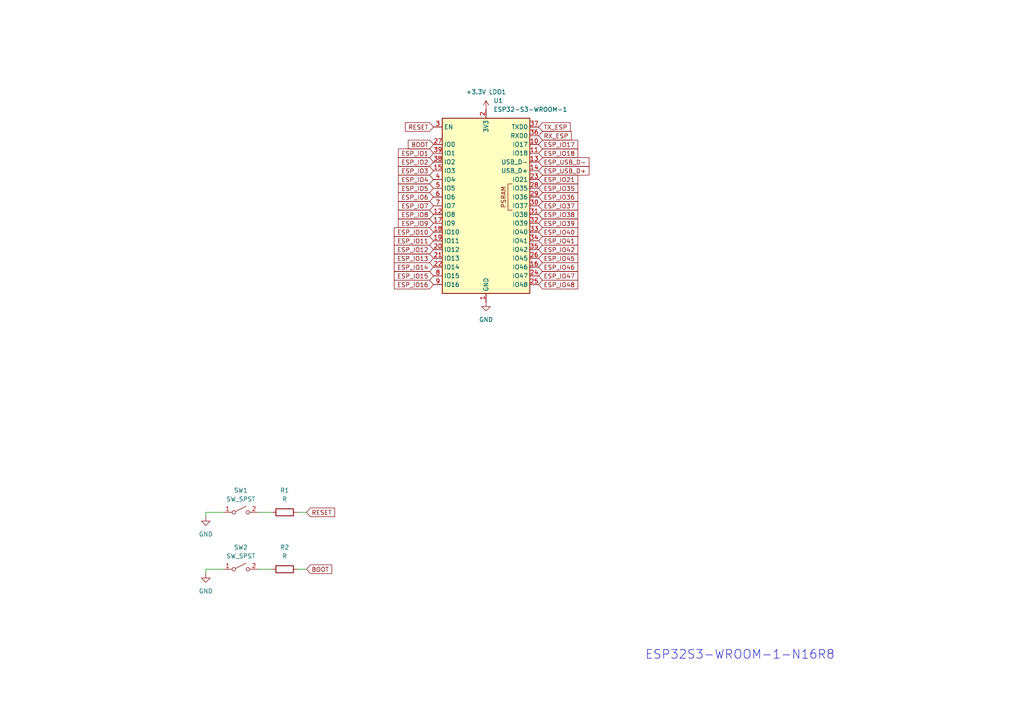
<source format=kicad_sch>
(kicad_sch (version 20250114) (generator "eeschema") (generator_version "9.0")
  (paper "A4")
  (lib_symbols
    (symbol "Device:R" (pin_numbers (hide yes)) (pin_names (offset 0))
      (property "Reference" "R" (at 2.032 0 90))
      (property "Value" "R" (at 0 0 90))
      (symbol "R_0_1"
        (rectangle (start -1.016 -2.54) (end 1.016 2.54) (stroke (width 0.254)))
      )
      (symbol "R_1_1"
        (pin passive line (at 0 3.81 270) (length 1.27) (name "~") (number "1"))
        (pin passive line (at 0 -3.81 90) (length 1.27) (name "~") (number "2"))
      )
    )
    (symbol "RF_Module:ESP32-S3-WROOM-1"
      (property "Reference" "U" (at -12.7 26.67 0))
      (property "Value" "ESP32-S3-WROOM-1" (at 12.7 26.67 0))
      (symbol "ESP32-S3-WROOM-1_0_0"
        (rectangle (start -12.7 25.4) (end 12.7 -25.4) (stroke (width 0.254)) (fill (type background)))
        (text "PSRAM" (at 5.08 2.54 900) (effects (font (size 1.27 1.27))))
      )
      (symbol "ESP32-S3-WROOM-1_0_1"
        (polyline (pts (xy 7.62 -1.27) (xy 6.35 -1.27) (xy 6.35 6.35) (xy 7.62 6.35)))
      )
      (symbol "ESP32-S3-WROOM-1_1_1"
        (pin input line (at -15.24 22.86 0) (length 2.54) (name "EN") (number "3"))
        (pin bidirectional line (at -15.24 17.78 0) (length 2.54) (name "IO0") (number "27"))
        (pin bidirectional line (at -15.24 15.24 0) (length 2.54) (name "IO1") (number "39"))
        (pin bidirectional line (at -15.24 12.7 0) (length 2.54) (name "IO2") (number "38"))
        (pin bidirectional line (at -15.24 10.16 0) (length 2.54) (name "IO3") (number "15"))
        (pin bidirectional line (at -15.24 7.62 0) (length 2.54) (name "IO4") (number "4"))
        (pin bidirectional line (at -15.24 5.08 0) (length 2.54) (name "IO5") (number "5"))
        (pin bidirectional line (at -15.24 2.54 0) (length 2.54) (name "IO6") (number "6"))
        (pin bidirectional line (at -15.24 0 0) (length 2.54) (name "IO7") (number "7"))
        (pin bidirectional line (at -15.24 -2.54 0) (length 2.54) (name "IO8") (number "12"))
        (pin bidirectional line (at -15.24 -5.08 0) (length 2.54) (name "IO9") (number "17"))
        (pin bidirectional line (at -15.24 -7.62 0) (length 2.54) (name "IO10") (number "18"))
        (pin bidirectional line (at -15.24 -10.16 0) (length 2.54) (name "IO11") (number "19"))
        (pin bidirectional line (at -15.24 -12.7 0) (length 2.54) (name "IO12") (number "20"))
        (pin bidirectional line (at -15.24 -15.24 0) (length 2.54) (name "IO13") (number "21"))
        (pin bidirectional line (at -15.24 -17.78 0) (length 2.54) (name "IO14") (number "22"))
        (pin bidirectional line (at -15.24 -20.32 0) (length 2.54) (name "IO15") (number "8"))
        (pin bidirectional line (at -15.24 -22.86 0) (length 2.54) (name "IO16") (number "9"))
        (pin power_in line (at 0 27.94 270) (length 2.54) (name "3V3") (number "2"))
        (pin power_in line (at 0 -27.94 90) (length 2.54) (name "GND") (number "1"))
        (pin passive line (at 0 -27.94 90) (length 2.54) (hide yes) (name "GND") (number "40"))
        (pin passive line (at 0 -27.94 90) (length 2.54) (hide yes) (name "GND") (number "41"))
        (pin bidirectional line (at 15.24 22.86 180) (length 2.54) (name "TXD0") (number "37"))
        (pin bidirectional line (at 15.24 20.32 180) (length 2.54) (name "RXD0") (number "36"))
        (pin bidirectional line (at 15.24 17.78 180) (length 2.54) (name "IO17") (number "10"))
        (pin bidirectional line (at 15.24 15.24 180) (length 2.54) (name "IO18") (number "11"))
        (pin bidirectional line (at 15.24 12.7 180) (length 2.54) (name "USB_D-") (number "13"))
        (pin bidirectional line (at 15.24 10.16 180) (length 2.54) (name "USB_D+") (number "14"))
        (pin bidirectional line (at 15.24 7.62 180) (length 2.54) (name "IO21") (number "23"))
        (pin bidirectional line (at 15.24 5.08 180) (length 2.54) (name "IO35") (number "28"))
        (pin bidirectional line (at 15.24 2.54 180) (length 2.54) (name "IO36") (number "29"))
        (pin bidirectional line (at 15.24 0 180) (length 2.54) (name "IO37") (number "30"))
        (pin bidirectional line (at 15.24 -2.54 180) (length 2.54) (name "IO38") (number "31"))
        (pin bidirectional line (at 15.24 -5.08 180) (length 2.54) (name "IO39") (number "32"))
        (pin bidirectional line (at 15.24 -7.62 180) (length 2.54) (name "IO40") (number "33"))
        (pin bidirectional line (at 15.24 -10.16 180) (length 2.54) (name "IO41") (number "34"))
        (pin bidirectional line (at 15.24 -12.7 180) (length 2.54) (name "IO42") (number "35"))
        (pin bidirectional line (at 15.24 -15.24 180) (length 2.54) (name "IO45") (number "26"))
        (pin bidirectional line (at 15.24 -17.78 180) (length 2.54) (name "IO46") (number "16"))
        (pin bidirectional line (at 15.24 -20.32 180) (length 2.54) (name "IO47") (number "24"))
        (pin bidirectional line (at 15.24 -22.86 180) (length 2.54) (name "IO48") (number "25"))
      )
    )
    (symbol "Switch:SW_SPST" (pin_names (offset 0) (hide yes))
      (property "Reference" "SW" (at 0 3.175 0))
      (property "Value" "SW_SPST" (at 0 -2.54 0))
      (symbol "SW_SPST_0_0"
        (circle (center -2.032 0) (radius 0.508))
        (polyline (pts (xy -1.524 0.254) (xy 1.524 1.778)))
        (circle (center 2.032 0) (radius 0.508))
      )
      (symbol "SW_SPST_1_1"
        (pin passive line (at -5.08 0 0) (length 2.54) (name "A") (number "1"))
        (pin passive line (at 5.08 0 180) (length 2.54) (name "B") (number "2"))
      )
    )
    (symbol "power:+3.3V" (power) (pin_numbers (hide yes)) (pin_names (offset 0) (hide yes))
      (property "Value" "+3.3V" (at 0 3.556 0))
      (symbol "+3.3V_0_1"
        (polyline (pts (xy -0.762 1.27) (xy 0 2.54)))
        (polyline (pts (xy 0 2.54) (xy 0.762 1.27)))
        (polyline (pts (xy 0 0) (xy 0 2.54)))
      )
      (symbol "+3.3V_1_1"
        (pin power_in line (at 0 0 90) (length 0) (name "~") (number "1"))
      )
    )
    (symbol "power:GND" (power) (pin_numbers (hide yes)) (pin_names (offset 0) (hide yes))
      (property "Value" "GND" (at 0 -3.81 0))
      (symbol "GND_0_1"
        (polyline (pts (xy 0 0) (xy 0 -1.27) (xy 1.27 -1.27) (xy 0 -2.54) (xy -1.27 -1.27) (xy 0 -1.27)))
      )
      (symbol "GND_1_1"
        (pin power_in line (at 0 0 270) (length 0) (name "~") (number "1"))
      )
    )
  )
  (text "ESP32S3-WROOM-1-N16R8\n" (at 214.63 189.992 0) (effects (font (size 2.54 2.54))))
  (wire (pts (xy 88.9 148.59) (xy 86.36 148.59)))
  (wire (pts (xy 74.93 148.59) (xy 78.74 148.59)))
  (wire (pts (xy 59.69 166.37) (xy 59.69 165.1)))
  (wire (pts (xy 86.36 165.1) (xy 88.9 165.1)))
  (wire (pts (xy 59.69 165.1) (xy 64.77 165.1)))
  (wire (pts (xy 59.69 149.86) (xy 59.69 148.59)))
  (wire (pts (xy 59.69 148.59) (xy 64.77 148.59)))
  (wire (pts (xy 74.93 165.1) (xy 78.74 165.1)))
  (global_label "ESP_IO36" (shape input) (at 156.21 57.15 0) (property "Intersheetrefs" "${INTERSHEET_REFS}" (effects (hide yes))))
  (global_label "ESP_USB_D-" (shape input) (at 156.21 46.99 0) (property "Intersheetrefs" "${INTERSHEET_REFS}" (effects (hide yes))))
  (global_label "ESP_IO16" (shape input) (at 125.73 82.55 180) (property "Intersheetrefs" "${INTERSHEET_REFS}" (effects (hide yes))))
  (global_label "ESP_IO35" (shape input) (at 156.21 54.61 0) (property "Intersheetrefs" "${INTERSHEET_REFS}" (effects (hide yes))))
  (global_label "ESP_USB_D+" (shape input) (at 156.21 49.53 0) (property "Intersheetrefs" "${INTERSHEET_REFS}" (effects (hide yes))))
  (global_label "ESP_IO6" (shape input) (at 125.73 57.15 180) (property "Intersheetrefs" "${INTERSHEET_REFS}" (effects (hide yes))))
  (global_label "ESP_IO39" (shape input) (at 156.21 64.77 0) (property "Intersheetrefs" "${INTERSHEET_REFS}" (effects (hide yes))))
  (global_label "RESET" (shape input) (at 88.9 148.59 0) (property "Intersheetrefs" "${INTERSHEET_REFS}" (effects (hide yes))))
  (global_label "ESP_IO4" (shape input) (at 125.73 52.07 180) (property "Intersheetrefs" "${INTERSHEET_REFS}" (effects (hide yes))))
  (global_label "ESP_IO5" (shape input) (at 125.73 54.61 180) (property "Intersheetrefs" "${INTERSHEET_REFS}" (effects (hide yes))))
  (global_label "ESP_IO37" (shape input) (at 156.21 59.69 0) (property "Intersheetrefs" "${INTERSHEET_REFS}" (effects (hide yes))))
  (global_label "ESP_IO17" (shape input) (at 156.21 41.91 0) (property "Intersheetrefs" "${INTERSHEET_REFS}" (effects (hide yes))))
  (global_label "ESP_IO46" (shape input) (at 156.21 77.47 0) (property "Intersheetrefs" "${INTERSHEET_REFS}" (effects (hide yes))))
  (global_label "ESP_IO10" (shape input) (at 125.73 67.31 180) (property "Intersheetrefs" "${INTERSHEET_REFS}" (effects (hide yes))))
  (global_label "RESET" (shape input) (at 125.73 36.83 180) (property "Intersheetrefs" "${INTERSHEET_REFS}" (effects (hide yes))))
  (global_label "ESP_IO18" (shape input) (at 156.21 44.45 0) (property "Intersheetrefs" "${INTERSHEET_REFS}" (effects (hide yes))))
  (global_label "ESP_IO8" (shape input) (at 125.73 62.23 180) (property "Intersheetrefs" "${INTERSHEET_REFS}" (effects (hide yes))))
  (global_label "ESP_IO14" (shape input) (at 125.73 77.47 180) (property "Intersheetrefs" "${INTERSHEET_REFS}" (effects (hide yes))))
  (global_label "ESP_IO45" (shape input) (at 156.21 74.93 0) (property "Intersheetrefs" "${INTERSHEET_REFS}" (effects (hide yes))))
  (global_label "ESP_IO40" (shape input) (at 156.21 67.31 0) (property "Intersheetrefs" "${INTERSHEET_REFS}" (effects (hide yes))))
  (global_label "ESP_IO2" (shape input) (at 125.73 46.99 180) (property "Intersheetrefs" "${INTERSHEET_REFS}" (effects (hide yes))))
  (global_label "ESP_IO9" (shape input) (at 125.73 64.77 180) (property "Intersheetrefs" "${INTERSHEET_REFS}" (effects (hide yes))))
  (global_label "ESP_IO1" (shape input) (at 125.73 44.45 180) (property "Intersheetrefs" "${INTERSHEET_REFS}" (effects (hide yes))))
  (global_label "ESP_IO48" (shape input) (at 156.21 82.55 0) (property "Intersheetrefs" "${INTERSHEET_REFS}" (effects (hide yes))))
  (global_label "TX_ESP" (shape input) (at 156.21 36.83 0) (property "Intersheetrefs" "${INTERSHEET_REFS}" (effects (hide yes))))
  (global_label "ESP_IO13" (shape input) (at 125.73 74.93 180) (property "Intersheetrefs" "${INTERSHEET_REFS}" (effects (hide yes))))
  (global_label "ESP_IO11" (shape input) (at 125.73 69.85 180) (property "Intersheetrefs" "${INTERSHEET_REFS}" (effects (hide yes))))
  (global_label "ESP_IO41" (shape input) (at 156.21 69.85 0) (property "Intersheetrefs" "${INTERSHEET_REFS}" (effects (hide yes))))
  (global_label "RX_ESP" (shape input) (at 156.21 39.37 0) (property "Intersheetrefs" "${INTERSHEET_REFS}" (effects (hide yes))))
  (global_label "ESP_IO15" (shape input) (at 125.73 80.01 180) (property "Intersheetrefs" "${INTERSHEET_REFS}" (effects (hide yes))))
  (global_label "BOOT" (shape input) (at 88.9 165.1 0) (property "Intersheetrefs" "${INTERSHEET_REFS}" (effects (hide yes))))
  (global_label "ESP_IO7" (shape input) (at 125.73 59.69 180) (property "Intersheetrefs" "${INTERSHEET_REFS}" (effects (hide yes))))
  (global_label "ESP_IO12" (shape input) (at 125.73 72.39 180) (property "Intersheetrefs" "${INTERSHEET_REFS}" (effects (hide yes))))
  (global_label "ESP_IO42" (shape input) (at 156.21 72.39 0) (property "Intersheetrefs" "${INTERSHEET_REFS}" (effects (hide yes))))
  (global_label "ESP_IO21" (shape input) (at 156.21 52.07 0) (property "Intersheetrefs" "${INTERSHEET_REFS}" (effects (hide yes))))
  (global_label "ESP_IO47" (shape input) (at 156.21 80.01 0) (property "Intersheetrefs" "${INTERSHEET_REFS}" (effects (hide yes))))
  (global_label "BOOT" (shape input) (at 125.73 41.91 180) (property "Intersheetrefs" "${INTERSHEET_REFS}" (effects (hide yes))))
  (global_label "ESP_IO3" (shape input) (at 125.73 49.53 180) (property "Intersheetrefs" "${INTERSHEET_REFS}" (effects (hide yes))))
  (global_label "ESP_IO38" (shape input) (at 156.21 62.23 0) (property "Intersheetrefs" "${INTERSHEET_REFS}" (effects (hide yes))))
  (symbol (lib_id "Device:R") (at 82.55 148.59 90) (unit 1)
    (property "Reference" "R1" (at 82.55 142.24 90))
    (property "Value" "R" (at 82.55 144.78 90))
    (property "Footprint" "Resistor_SMD:R_0603_1608Metric_Pad0.98x0.95mm_HandSolder" (effects (hide yes)))
    (property "Description" "Resistor" (effects (hide yes)))
  )
  (symbol (lib_id "RF_Module:ESP32-S3-WROOM-1") (at 140.97 59.69 0) (unit 1)
    (property "Reference" "U1" (at 143.1133 29.21 0) (effects (justify left)))
    (property "Value" "ESP32-S3-WROOM-1" (at 143.1133 31.75 0) (effects (justify left)))
    (property "Footprint" "RF_Module:ESP32-S3-WROOM-1" (effects (hide yes)))
    (property "Datasheet" "https://www.espressif.com/sites/default/files/documentation/esp32-s3-wroom-1_wroom-1u_datasheet_en.pdf" (effects (hide yes)))
    (property "Description" "RF Module, ESP32-S3 SoC, Wi-Fi 802.11b/g/n, Bluetooth, BLE, 32-bit, 3.3V, onboard antenna, SMD" (effects (hide yes)))
  )
  (symbol (lib_id "power:GND") (at 140.97 87.63 0) (unit 1)
    (property "Reference" "#PWR01" (effects (hide yes)))
    (property "Value" "GND" (at 140.97 92.71 0))
    (property "Description" "Power symbol creates a global label with name \"GND\" , ground" (effects (hide yes)))
  )
  (symbol (lib_id "Device:R") (at 82.55 165.1 90) (unit 1)
    (property "Reference" "R2" (at 82.55 158.75 90))
    (property "Value" "R" (at 82.55 161.29 90))
    (property "Footprint" "Resistor_SMD:R_0603_1608Metric_Pad0.98x0.95mm_HandSolder" (effects (hide yes)))
    (property "Description" "Resistor" (effects (hide yes)))
  )
  (symbol (lib_id "Switch:SW_SPST") (at 69.85 148.59 0) (unit 1)
    (property "Reference" "SW1" (at 69.85 142.24 0))
    (property "Value" "SW_SPST" (at 69.85 144.78 0))
    (property "Footprint" "Button_Switch_SMD:SW_SPST_TL3342" (effects (hide yes)))
    (property "Description" "Single Pole Single Throw (SPST) switch" (effects (hide yes)))
  )
  (symbol (lib_id "Switch:SW_SPST") (at 69.85 165.1 0) (unit 1)
    (property "Reference" "SW2" (at 69.85 158.75 0))
    (property "Value" "SW_SPST" (at 69.85 161.29 0))
    (property "Footprint" "Button_Switch_SMD:SW_SPST_TL3342" (effects (hide yes)))
    (property "Description" "Single Pole Single Throw (SPST) switch" (effects (hide yes)))
  )
  (symbol (lib_id "power:GND") (at 59.69 166.37 0) (unit 1)
    (property "Reference" "#PWR03" (effects (hide yes)))
    (property "Value" "GND" (at 59.69 171.45 0))
    (property "Description" "Power symbol creates a global label with name \"GND\" , ground" (effects (hide yes)))
  )
  (symbol (lib_id "power:GND") (at 59.69 149.86 0) (unit 1)
    (property "Reference" "#PWR02" (effects (hide yes)))
    (property "Value" "GND" (at 59.69 154.94 0))
    (property "Description" "Power symbol creates a global label with name \"GND\" , ground" (effects (hide yes)))
  )
  (symbol (lib_id "power:+3.3V") (at 140.97 31.75 0) (unit 1)
    (property "Reference" "#PWR049" (effects (hide yes)))
    (property "Value" "+3.3V LDO1" (at 140.97 26.67 0))
    (property "Description" "Power symbol creates a global label with name \"+3.3V\"" (effects (hide yes)))
  )
)
</source>
